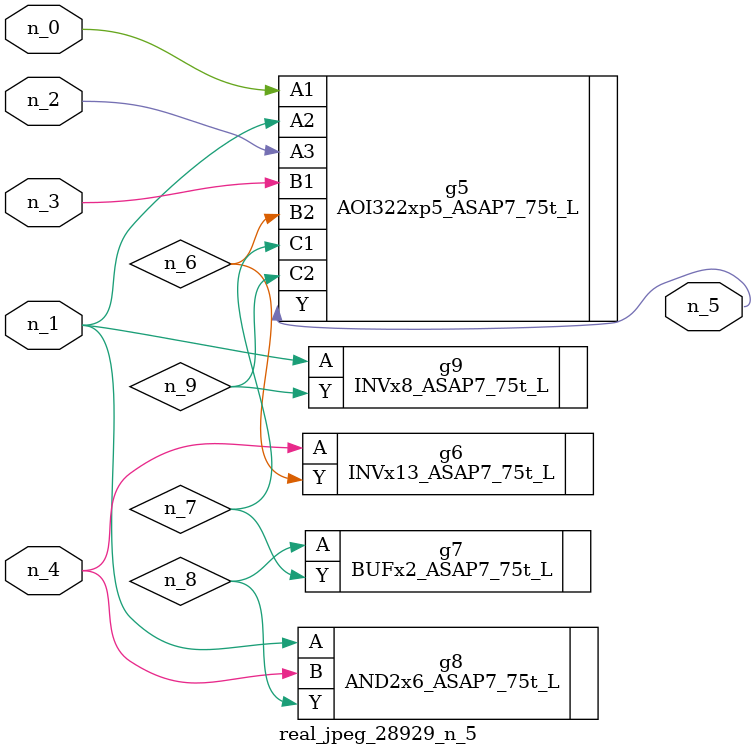
<source format=v>
module real_jpeg_28929_n_5 (n_4, n_0, n_1, n_2, n_3, n_5);

input n_4;
input n_0;
input n_1;
input n_2;
input n_3;

output n_5;

wire n_8;
wire n_6;
wire n_7;
wire n_9;

AOI322xp5_ASAP7_75t_L g5 ( 
.A1(n_0),
.A2(n_1),
.A3(n_2),
.B1(n_3),
.B2(n_6),
.C1(n_7),
.C2(n_9),
.Y(n_5)
);

AND2x6_ASAP7_75t_L g8 ( 
.A(n_1),
.B(n_4),
.Y(n_8)
);

INVx8_ASAP7_75t_L g9 ( 
.A(n_1),
.Y(n_9)
);

INVx13_ASAP7_75t_L g6 ( 
.A(n_4),
.Y(n_6)
);

BUFx2_ASAP7_75t_L g7 ( 
.A(n_8),
.Y(n_7)
);


endmodule
</source>
